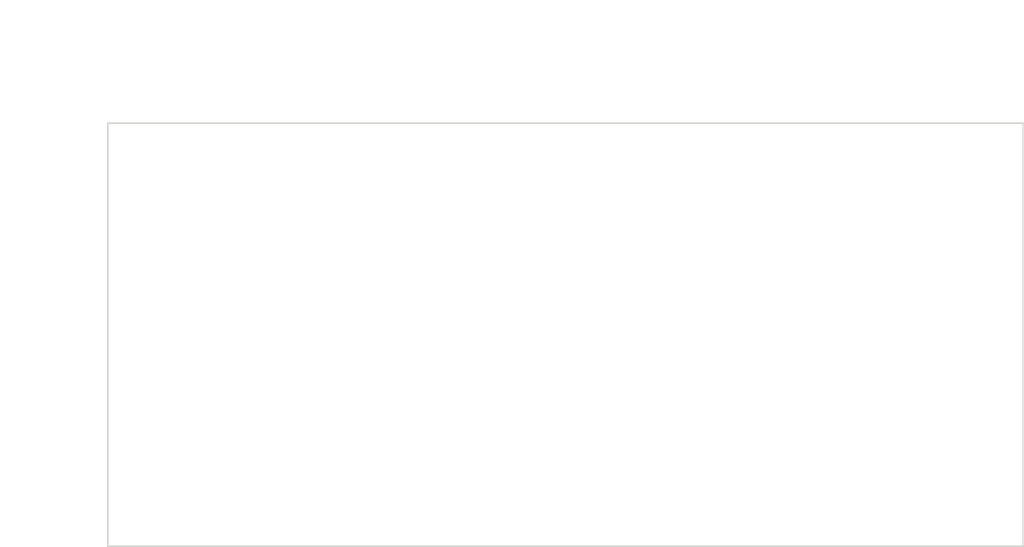
<source format=kicad_pcb>
(kicad_pcb (version 20171130) (host pcbnew "(5.1.0)-1")

  (general
    (thickness 1.6)
    (drawings 16)
    (tracks 0)
    (zones 0)
    (modules 0)
    (nets 1)
  )

  (page A4)
  (layers
    (0 F.Cu signal)
    (31 B.Cu signal)
    (32 B.Adhes user)
    (33 F.Adhes user)
    (34 B.Paste user)
    (35 F.Paste user)
    (36 B.SilkS user)
    (37 F.SilkS user)
    (38 B.Mask user)
    (39 F.Mask user)
    (40 Dwgs.User user)
    (41 Cmts.User user)
    (42 Eco1.User user)
    (43 Eco2.User user)
    (44 Edge.Cuts user)
    (45 Margin user)
    (46 B.CrtYd user)
    (47 F.CrtYd user)
    (48 B.Fab user)
    (49 F.Fab user)
  )

  (setup
    (last_trace_width 0.25)
    (trace_clearance 0.2)
    (zone_clearance 0.508)
    (zone_45_only no)
    (trace_min 0.2)
    (via_size 0.8)
    (via_drill 0.4)
    (via_min_size 0.4)
    (via_min_drill 0.3)
    (uvia_size 0.3)
    (uvia_drill 0.1)
    (uvias_allowed no)
    (uvia_min_size 0.2)
    (uvia_min_drill 0.1)
    (edge_width 0.05)
    (segment_width 0.2)
    (pcb_text_width 0.3)
    (pcb_text_size 1.5 1.5)
    (mod_edge_width 0.12)
    (mod_text_size 1 1)
    (mod_text_width 0.15)
    (pad_size 1.524 1.524)
    (pad_drill 0.762)
    (pad_to_mask_clearance 0.051)
    (solder_mask_min_width 0.25)
    (aux_axis_origin 0 0)
    (visible_elements FFFFFF7F)
    (pcbplotparams
      (layerselection 0x010fc_ffffffff)
      (usegerberextensions false)
      (usegerberattributes false)
      (usegerberadvancedattributes false)
      (creategerberjobfile false)
      (excludeedgelayer true)
      (linewidth 0.152400)
      (plotframeref false)
      (viasonmask false)
      (mode 1)
      (useauxorigin false)
      (hpglpennumber 1)
      (hpglpenspeed 20)
      (hpglpendiameter 15.000000)
      (psnegative false)
      (psa4output false)
      (plotreference true)
      (plotvalue true)
      (plotinvisibletext false)
      (padsonsilk false)
      (subtractmaskfromsilk false)
      (outputformat 1)
      (mirror false)
      (drillshape 1)
      (scaleselection 1)
      (outputdirectory ""))
  )

  (net 0 "")

  (net_class Default "This is the default net class."
    (clearance 0.2)
    (trace_width 0.25)
    (via_dia 0.8)
    (via_drill 0.4)
    (uvia_dia 0.3)
    (uvia_drill 0.1)
  )

  (gr_line (start 63.055 118.940001) (end 182.055 118.94) (layer Edge.Cuts) (width 0.2))
  (gr_line (start 182.055 118.94) (end 182.055 63.94) (layer Edge.Cuts) (width 0.2))
  (gr_line (start 182.055 63.94) (end 63.055 63.94) (layer Edge.Cuts) (width 0.2))
  (gr_line (start 63.055 63.94) (end 63.055 118.940001) (layer Edge.Cuts) (width 0.2))
  (gr_text [2.17] (at 53.054999 93.329462) (layer Dwgs.User)
    (effects (font (size 1.7 1.53) (thickness 0.2125)))
  )
  (gr_text " 55.00" (at 53.054999 89.772026) (layer Dwgs.User)
    (effects (font (size 1.7 1.53) (thickness 0.2125)))
  )
  (gr_line (start 53.054999 116.94) (end 53.054999 94.997436) (layer Dwgs.User) (width 0.2))
  (gr_line (start 53.054999 65.940001) (end 53.054999 87.882565) (layer Dwgs.User) (width 0.2))
  (gr_line (start 62.055 118.94) (end 49.879999 118.94) (layer Dwgs.User) (width 0.2))
  (gr_line (start 62.055 63.94) (end 49.879999 63.94) (layer Dwgs.User) (width 0.2))
  (gr_text [4.69] (at 122.555 53.092366) (layer Dwgs.User)
    (effects (font (size 1.7 1.53) (thickness 0.2125)))
  )
  (gr_text " 119.00" (at 122.555 49.534931) (layer Dwgs.User)
    (effects (font (size 1.7 1.53) (thickness 0.2125)))
  )
  (gr_line (start 65.055 51.202905) (end 117.849986 51.202905) (layer Dwgs.User) (width 0.2))
  (gr_line (start 180.055 51.202905) (end 127.260013 51.202905) (layer Dwgs.User) (width 0.2))
  (gr_line (start 63.055 62.94) (end 63.055 48.027905) (layer Dwgs.User) (width 0.2))
  (gr_line (start 182.055 62.94) (end 182.055 48.027905) (layer Dwgs.User) (width 0.2))

)

</source>
